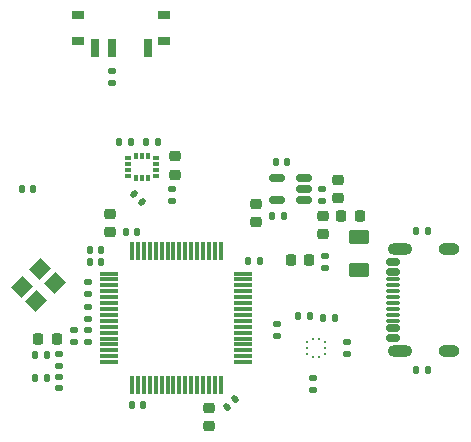
<source format=gbr>
%TF.GenerationSoftware,KiCad,Pcbnew,8.0.9*%
%TF.CreationDate,2025-09-02T19:01:46-04:00*%
%TF.ProjectId,Flight Controlelr,466c6967-6874-4204-936f-6e74726f6c65,rev?*%
%TF.SameCoordinates,Original*%
%TF.FileFunction,Paste,Top*%
%TF.FilePolarity,Positive*%
%FSLAX46Y46*%
G04 Gerber Fmt 4.6, Leading zero omitted, Abs format (unit mm)*
G04 Created by KiCad (PCBNEW 8.0.9) date 2025-09-02 19:01:46*
%MOMM*%
%LPD*%
G01*
G04 APERTURE LIST*
G04 Aperture macros list*
%AMRoundRect*
0 Rectangle with rounded corners*
0 $1 Rounding radius*
0 $2 $3 $4 $5 $6 $7 $8 $9 X,Y pos of 4 corners*
0 Add a 4 corners polygon primitive as box body*
4,1,4,$2,$3,$4,$5,$6,$7,$8,$9,$2,$3,0*
0 Add four circle primitives for the rounded corners*
1,1,$1+$1,$2,$3*
1,1,$1+$1,$4,$5*
1,1,$1+$1,$6,$7*
1,1,$1+$1,$8,$9*
0 Add four rect primitives between the rounded corners*
20,1,$1+$1,$2,$3,$4,$5,0*
20,1,$1+$1,$4,$5,$6,$7,0*
20,1,$1+$1,$6,$7,$8,$9,0*
20,1,$1+$1,$8,$9,$2,$3,0*%
%AMRotRect*
0 Rectangle, with rotation*
0 The origin of the aperture is its center*
0 $1 length*
0 $2 width*
0 $3 Rotation angle, in degrees counterclockwise*
0 Add horizontal line*
21,1,$1,$2,0,0,$3*%
G04 Aperture macros list end*
%ADD10RoundRect,0.140000X0.140000X0.170000X-0.140000X0.170000X-0.140000X-0.170000X0.140000X-0.170000X0*%
%ADD11RoundRect,0.225000X-0.250000X0.225000X-0.250000X-0.225000X0.250000X-0.225000X0.250000X0.225000X0*%
%ADD12RoundRect,0.140000X-0.140000X-0.170000X0.140000X-0.170000X0.140000X0.170000X-0.140000X0.170000X0*%
%ADD13RoundRect,0.135000X0.185000X-0.135000X0.185000X0.135000X-0.185000X0.135000X-0.185000X-0.135000X0*%
%ADD14R,1.000000X0.800000*%
%ADD15R,0.700000X1.500000*%
%ADD16RoundRect,0.135000X-0.185000X0.135000X-0.185000X-0.135000X0.185000X-0.135000X0.185000X0.135000X0*%
%ADD17R,0.304800X0.533400*%
%ADD18R,0.533400X0.304800*%
%ADD19RoundRect,0.225000X0.250000X-0.225000X0.250000X0.225000X-0.250000X0.225000X-0.250000X-0.225000X0*%
%ADD20RoundRect,0.218750X0.218750X0.256250X-0.218750X0.256250X-0.218750X-0.256250X0.218750X-0.256250X0*%
%ADD21RoundRect,0.075000X-0.075000X-0.700000X0.075000X-0.700000X0.075000X0.700000X-0.075000X0.700000X0*%
%ADD22RoundRect,0.075000X-0.700000X-0.075000X0.700000X-0.075000X0.700000X0.075000X-0.700000X0.075000X0*%
%ADD23RoundRect,0.140000X0.170000X-0.140000X0.170000X0.140000X-0.170000X0.140000X-0.170000X-0.140000X0*%
%ADD24RoundRect,0.135000X-0.135000X-0.185000X0.135000X-0.185000X0.135000X0.185000X-0.135000X0.185000X0*%
%ADD25RoundRect,0.250000X-0.625000X0.375000X-0.625000X-0.375000X0.625000X-0.375000X0.625000X0.375000X0*%
%ADD26RoundRect,0.218750X-0.256250X0.218750X-0.256250X-0.218750X0.256250X-0.218750X0.256250X0.218750X0*%
%ADD27R,0.275000X0.250000*%
%ADD28R,0.250000X0.275000*%
%ADD29O,1.800000X1.000000*%
%ADD30O,2.100000X1.000000*%
%ADD31RoundRect,0.150000X0.425000X-0.150000X0.425000X0.150000X-0.425000X0.150000X-0.425000X-0.150000X0*%
%ADD32RoundRect,0.075000X0.500000X-0.075000X0.500000X0.075000X-0.500000X0.075000X-0.500000X-0.075000X0*%
%ADD33RoundRect,0.140000X-0.170000X0.140000X-0.170000X-0.140000X0.170000X-0.140000X0.170000X0.140000X0*%
%ADD34RoundRect,0.140000X-0.021213X0.219203X-0.219203X0.021213X0.021213X-0.219203X0.219203X-0.021213X0*%
%ADD35RotRect,1.400000X1.200000X225.000000*%
%ADD36RoundRect,0.150000X0.512500X0.150000X-0.512500X0.150000X-0.512500X-0.150000X0.512500X-0.150000X0*%
%ADD37RoundRect,0.218750X-0.218750X-0.256250X0.218750X-0.256250X0.218750X0.256250X-0.218750X0.256250X0*%
%ADD38RoundRect,0.135000X0.135000X0.185000X-0.135000X0.185000X-0.135000X-0.185000X0.135000X-0.185000X0*%
%ADD39RoundRect,0.140000X-0.219203X-0.021213X-0.021213X-0.219203X0.219203X0.021213X0.021213X0.219203X0*%
G04 APERTURE END LIST*
D10*
%TO.C,C14*%
X136909100Y-104499100D03*
X137869100Y-104499100D03*
%TD*%
D11*
%TO.C,C30*%
X150978100Y-102112100D03*
X150978100Y-100562100D03*
%TD*%
D12*
%TO.C,C10*%
X157653100Y-110222100D03*
X156693100Y-110222100D03*
%TD*%
D13*
%TO.C,R6*%
X152756100Y-110720101D03*
X152756100Y-111740099D03*
%TD*%
D14*
%TO.C,SW2*%
X143222100Y-86750100D03*
X143222100Y-84540100D03*
X135922100Y-86750100D03*
X135922100Y-84540100D03*
D15*
X141822100Y-87400100D03*
X138822100Y-87400100D03*
X137322100Y-87400100D03*
%TD*%
D11*
%TO.C,C20*%
X147041100Y-119384100D03*
X147041100Y-117834100D03*
%TD*%
D16*
%TO.C,R7*%
X138786100Y-89290100D03*
X138786100Y-90310098D03*
%TD*%
D17*
%TO.C,MT1*%
X140826101Y-96498100D03*
X141326100Y-96498100D03*
X141826099Y-96498100D03*
D18*
X142532600Y-96700599D03*
X142532600Y-97200600D03*
X142532600Y-97700600D03*
X142532600Y-98200601D03*
D17*
X141826099Y-98403100D03*
X141326100Y-98403100D03*
X140826101Y-98403100D03*
D18*
X140119600Y-98200601D03*
X140119600Y-97700600D03*
X140119600Y-97200600D03*
X140119600Y-96700599D03*
%TD*%
D12*
%TO.C,C31*%
X153337700Y-101578100D03*
X152377700Y-101578100D03*
%TD*%
D19*
%TO.C,C1*%
X144120100Y-96548600D03*
X144120100Y-98098600D03*
%TD*%
D20*
%TO.C,D1*%
X153924399Y-105311900D03*
X155499401Y-105311900D03*
%TD*%
D21*
%TO.C,U1*%
X140497100Y-104539100D03*
X140997100Y-104539100D03*
X141497100Y-104539100D03*
X141997100Y-104539100D03*
X142497100Y-104539100D03*
X142997100Y-104539100D03*
X143497100Y-104539100D03*
X143997100Y-104539100D03*
X144497100Y-104539100D03*
X144997100Y-104539100D03*
X145497100Y-104539100D03*
X145997100Y-104539100D03*
X146497100Y-104539100D03*
X146997100Y-104539100D03*
X147497100Y-104539100D03*
X147997100Y-104539100D03*
D22*
X149922100Y-106464100D03*
X149922100Y-106964100D03*
X149922100Y-107464100D03*
X149922100Y-107964100D03*
X149922100Y-108464100D03*
X149922100Y-108964100D03*
X149922100Y-109464100D03*
X149922100Y-109964100D03*
X149922100Y-110464100D03*
X149922100Y-110964100D03*
X149922100Y-111464100D03*
X149922100Y-111964100D03*
X149922100Y-112464100D03*
X149922100Y-112964100D03*
X149922100Y-113464100D03*
X149922100Y-113964100D03*
D21*
X147997100Y-115889100D03*
X147497100Y-115889100D03*
X146997100Y-115889100D03*
X146497100Y-115889100D03*
X145997100Y-115889100D03*
X145497100Y-115889100D03*
X144997100Y-115889100D03*
X144497100Y-115889100D03*
X143997100Y-115889100D03*
X143497100Y-115889100D03*
X142997100Y-115889100D03*
X142497100Y-115889100D03*
X141997100Y-115889100D03*
X141497100Y-115889100D03*
X140997100Y-115889100D03*
X140497100Y-115889100D03*
D22*
X138572100Y-113964100D03*
X138572100Y-113464100D03*
X138572100Y-112964100D03*
X138572100Y-112464100D03*
X138572100Y-111964100D03*
X138572100Y-111464100D03*
X138572100Y-110964100D03*
X138572100Y-110464100D03*
X138572100Y-109964100D03*
X138572100Y-109464100D03*
X138572100Y-108964100D03*
X138572100Y-108464100D03*
X138572100Y-107964100D03*
X138572100Y-107464100D03*
X138572100Y-106964100D03*
X138572100Y-106464100D03*
%TD*%
D23*
%TO.C,C17*%
X135611100Y-111258100D03*
X135611100Y-112218100D03*
%TD*%
D24*
%TO.C,R2*%
X140437100Y-95291600D03*
X139417102Y-95291600D03*
%TD*%
D25*
%TO.C,F3*%
X159741100Y-106153099D03*
X159741100Y-103353101D03*
%TD*%
D23*
%TO.C,C26*%
X156566100Y-99348100D03*
X156566100Y-100308100D03*
%TD*%
D10*
%TO.C,C28*%
X131166100Y-99292100D03*
X132126100Y-99292100D03*
%TD*%
%TO.C,C7*%
X140465100Y-117580100D03*
X141425100Y-117580100D03*
%TD*%
D24*
%TO.C,R12*%
X165585100Y-102848100D03*
X164565100Y-102848100D03*
%TD*%
D16*
%TO.C,R13*%
X156820100Y-106027098D03*
X156820100Y-105007100D03*
%TD*%
D26*
%TO.C,D8*%
X156693100Y-103127601D03*
X156693100Y-101552599D03*
%TD*%
D23*
%TO.C,C22*%
X136754100Y-107222100D03*
X136754100Y-108182100D03*
%TD*%
%TO.C,C4*%
X134341100Y-113290100D03*
X134341100Y-114250100D03*
%TD*%
D27*
%TO.C,U6*%
X156820100Y-112262100D03*
X156820100Y-112762100D03*
X156820100Y-113262100D03*
D28*
X156308100Y-113525100D03*
X155808100Y-113525100D03*
D27*
X155296100Y-113262100D03*
X155296100Y-112762100D03*
X155296100Y-112262100D03*
D28*
X155808100Y-111999100D03*
X156308100Y-111999100D03*
%TD*%
D23*
%TO.C,C18*%
X136754100Y-111258100D03*
X136754100Y-112218100D03*
%TD*%
D29*
%TO.C,J23*%
X167329100Y-104391500D03*
D30*
X163149100Y-104391500D03*
D29*
X167329100Y-113031500D03*
D30*
X163149100Y-113031500D03*
D31*
X162574100Y-111911500D03*
X162574100Y-111111500D03*
D32*
X162574100Y-110461500D03*
X162574100Y-109461500D03*
X162574100Y-107961500D03*
X162574100Y-106961500D03*
D31*
X162574100Y-106311500D03*
X162574100Y-105511500D03*
X162574100Y-105511500D03*
X162574100Y-106311500D03*
D32*
X162574101Y-107461500D03*
X162574100Y-108461500D03*
X162574100Y-108961500D03*
X162574101Y-109961500D03*
D31*
X162574100Y-111111500D03*
X162574100Y-111911500D03*
%TD*%
D33*
%TO.C,C2*%
X143866100Y-100280100D03*
X143866100Y-99320100D03*
%TD*%
D34*
%TO.C,C16*%
X148521278Y-117750922D03*
X149200100Y-117072100D03*
%TD*%
D12*
%TO.C,C15*%
X140917100Y-102975100D03*
X139957100Y-102975100D03*
%TD*%
D35*
%TO.C,Y1*%
X133941958Y-107243323D03*
X132386323Y-108798958D03*
X131184242Y-107596877D03*
X132739877Y-106041242D03*
%TD*%
D36*
%TO.C,U4*%
X152761600Y-100242099D03*
X152761600Y-98342101D03*
X155036600Y-98342101D03*
X155036600Y-99292100D03*
X155036600Y-100242099D03*
%TD*%
D37*
%TO.C,D7*%
X159792100Y-101578100D03*
X158217100Y-101578100D03*
%TD*%
%TO.C,FB1*%
X134112600Y-111992100D03*
X132537600Y-111992100D03*
%TD*%
D33*
%TO.C,C9*%
X158725100Y-113234100D03*
X158725100Y-112274100D03*
%TD*%
D24*
%TO.C,R11*%
X165585100Y-114659100D03*
X164565100Y-114659100D03*
%TD*%
D19*
%TO.C,C27*%
X157963100Y-98504100D03*
X157963100Y-100054100D03*
%TD*%
D12*
%TO.C,C6*%
X151303100Y-105388100D03*
X150343100Y-105388100D03*
%TD*%
D19*
%TO.C,C13*%
X138659100Y-101438100D03*
X138659100Y-102988100D03*
%TD*%
D12*
%TO.C,C21*%
X137869100Y-105515100D03*
X136909100Y-105515100D03*
%TD*%
D38*
%TO.C,R1*%
X141707100Y-95291600D03*
X142727098Y-95291600D03*
%TD*%
D39*
%TO.C,C3*%
X141326100Y-100435100D03*
X140647278Y-99756278D03*
%TD*%
D23*
%TO.C,C5*%
X134341100Y-115195100D03*
X134341100Y-116155100D03*
%TD*%
D24*
%TO.C,R4*%
X133325100Y-115294100D03*
X132305102Y-115294100D03*
%TD*%
D12*
%TO.C,C29*%
X153617100Y-97006100D03*
X152657100Y-97006100D03*
%TD*%
D16*
%TO.C,R9*%
X155804100Y-116312099D03*
X155804100Y-115292101D03*
%TD*%
D38*
%TO.C,R5*%
X154534100Y-110087100D03*
X155554098Y-110087100D03*
%TD*%
D24*
%TO.C,R3*%
X133327100Y-113389100D03*
X132307100Y-113389100D03*
%TD*%
D33*
%TO.C,C23*%
X136754100Y-110285100D03*
X136754100Y-109325100D03*
%TD*%
M02*

</source>
